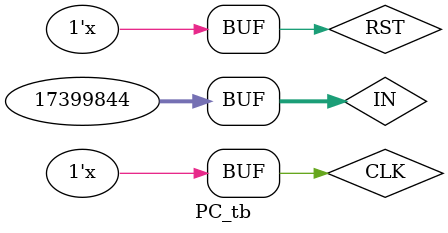
<source format=v>
module PC(out,in,clk,reset);
  output [31:0] out;
  input [31:0] in ;
  input clk,reset;
  reg [31:0] out;

  initial begin
    out =32'b0;
  end

  always@(posedge clk or posedge reset)
  begin
    if (reset == 1'b1)
      out<=32'b0;
    else
      out <= in;
  end
endmodule

module PC_tb;
reg CLK =0 ;
reg RST=1;
reg [31:0]IN;
wire [31:0]OUT;

PC dut(.out(OUT),.in(IN),.clk(CLK),.reset(RST));

always 
#10 CLK = ~ CLK;
always
#10 RST = ~ RST;

initial 
begin 
#10 IN=32'b00100000000010010000000000110111;
#20 IN=32'b00000001000010011000000000100100;

end

initial 
begin 
$monitor("time=%g, CLK=%b, RST=%b, IN=%b, OUT=%b",$time,CLK,RST,IN,OUT);
end 
endmodule

</source>
